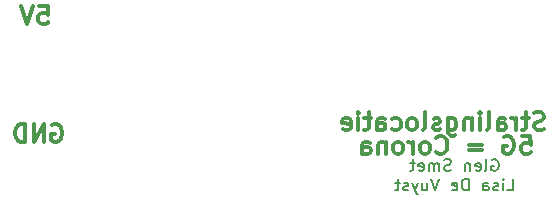
<source format=gbo>
G04 #@! TF.GenerationSoftware,KiCad,Pcbnew,(5.1.7-0-10_14)*
G04 #@! TF.CreationDate,2021-04-09T21:40:06+02:00*
G04 #@! TF.ProjectId,StralingslocatiePCB,53747261-6c69-46e6-9773-6c6f63617469,rev?*
G04 #@! TF.SameCoordinates,Original*
G04 #@! TF.FileFunction,Legend,Bot*
G04 #@! TF.FilePolarity,Positive*
%FSLAX46Y46*%
G04 Gerber Fmt 4.6, Leading zero omitted, Abs format (unit mm)*
G04 Created by KiCad (PCBNEW (5.1.7-0-10_14)) date 2021-04-09 21:40:06*
%MOMM*%
%LPD*%
G01*
G04 APERTURE LIST*
%ADD10C,0.150000*%
%ADD11C,0.300000*%
G04 APERTURE END LIST*
D10*
X158369047Y-60425000D02*
X158464285Y-60377380D01*
X158607142Y-60377380D01*
X158750000Y-60425000D01*
X158845238Y-60520238D01*
X158892857Y-60615476D01*
X158940476Y-60805952D01*
X158940476Y-60948809D01*
X158892857Y-61139285D01*
X158845238Y-61234523D01*
X158750000Y-61329761D01*
X158607142Y-61377380D01*
X158511904Y-61377380D01*
X158369047Y-61329761D01*
X158321428Y-61282142D01*
X158321428Y-60948809D01*
X158511904Y-60948809D01*
X157750000Y-61377380D02*
X157845238Y-61329761D01*
X157892857Y-61234523D01*
X157892857Y-60377380D01*
X156988095Y-61329761D02*
X157083333Y-61377380D01*
X157273809Y-61377380D01*
X157369047Y-61329761D01*
X157416666Y-61234523D01*
X157416666Y-60853571D01*
X157369047Y-60758333D01*
X157273809Y-60710714D01*
X157083333Y-60710714D01*
X156988095Y-60758333D01*
X156940476Y-60853571D01*
X156940476Y-60948809D01*
X157416666Y-61044047D01*
X156511904Y-60710714D02*
X156511904Y-61377380D01*
X156511904Y-60805952D02*
X156464285Y-60758333D01*
X156369047Y-60710714D01*
X156226190Y-60710714D01*
X156130952Y-60758333D01*
X156083333Y-60853571D01*
X156083333Y-61377380D01*
X154892857Y-61329761D02*
X154750000Y-61377380D01*
X154511904Y-61377380D01*
X154416666Y-61329761D01*
X154369047Y-61282142D01*
X154321428Y-61186904D01*
X154321428Y-61091666D01*
X154369047Y-60996428D01*
X154416666Y-60948809D01*
X154511904Y-60901190D01*
X154702380Y-60853571D01*
X154797619Y-60805952D01*
X154845238Y-60758333D01*
X154892857Y-60663095D01*
X154892857Y-60567857D01*
X154845238Y-60472619D01*
X154797619Y-60425000D01*
X154702380Y-60377380D01*
X154464285Y-60377380D01*
X154321428Y-60425000D01*
X153892857Y-61377380D02*
X153892857Y-60710714D01*
X153892857Y-60805952D02*
X153845238Y-60758333D01*
X153750000Y-60710714D01*
X153607142Y-60710714D01*
X153511904Y-60758333D01*
X153464285Y-60853571D01*
X153464285Y-61377380D01*
X153464285Y-60853571D02*
X153416666Y-60758333D01*
X153321428Y-60710714D01*
X153178571Y-60710714D01*
X153083333Y-60758333D01*
X153035714Y-60853571D01*
X153035714Y-61377380D01*
X152178571Y-61329761D02*
X152273809Y-61377380D01*
X152464285Y-61377380D01*
X152559523Y-61329761D01*
X152607142Y-61234523D01*
X152607142Y-60853571D01*
X152559523Y-60758333D01*
X152464285Y-60710714D01*
X152273809Y-60710714D01*
X152178571Y-60758333D01*
X152130952Y-60853571D01*
X152130952Y-60948809D01*
X152607142Y-61044047D01*
X151845238Y-60710714D02*
X151464285Y-60710714D01*
X151702380Y-60377380D02*
X151702380Y-61234523D01*
X151654761Y-61329761D01*
X151559523Y-61377380D01*
X151464285Y-61377380D01*
X159678571Y-63027380D02*
X160154761Y-63027380D01*
X160154761Y-62027380D01*
X159345238Y-63027380D02*
X159345238Y-62360714D01*
X159345238Y-62027380D02*
X159392857Y-62075000D01*
X159345238Y-62122619D01*
X159297619Y-62075000D01*
X159345238Y-62027380D01*
X159345238Y-62122619D01*
X158916666Y-62979761D02*
X158821428Y-63027380D01*
X158630952Y-63027380D01*
X158535714Y-62979761D01*
X158488095Y-62884523D01*
X158488095Y-62836904D01*
X158535714Y-62741666D01*
X158630952Y-62694047D01*
X158773809Y-62694047D01*
X158869047Y-62646428D01*
X158916666Y-62551190D01*
X158916666Y-62503571D01*
X158869047Y-62408333D01*
X158773809Y-62360714D01*
X158630952Y-62360714D01*
X158535714Y-62408333D01*
X157630952Y-63027380D02*
X157630952Y-62503571D01*
X157678571Y-62408333D01*
X157773809Y-62360714D01*
X157964285Y-62360714D01*
X158059523Y-62408333D01*
X157630952Y-62979761D02*
X157726190Y-63027380D01*
X157964285Y-63027380D01*
X158059523Y-62979761D01*
X158107142Y-62884523D01*
X158107142Y-62789285D01*
X158059523Y-62694047D01*
X157964285Y-62646428D01*
X157726190Y-62646428D01*
X157630952Y-62598809D01*
X156392857Y-63027380D02*
X156392857Y-62027380D01*
X156154761Y-62027380D01*
X156011904Y-62075000D01*
X155916666Y-62170238D01*
X155869047Y-62265476D01*
X155821428Y-62455952D01*
X155821428Y-62598809D01*
X155869047Y-62789285D01*
X155916666Y-62884523D01*
X156011904Y-62979761D01*
X156154761Y-63027380D01*
X156392857Y-63027380D01*
X155011904Y-62979761D02*
X155107142Y-63027380D01*
X155297619Y-63027380D01*
X155392857Y-62979761D01*
X155440476Y-62884523D01*
X155440476Y-62503571D01*
X155392857Y-62408333D01*
X155297619Y-62360714D01*
X155107142Y-62360714D01*
X155011904Y-62408333D01*
X154964285Y-62503571D01*
X154964285Y-62598809D01*
X155440476Y-62694047D01*
X153916666Y-62027380D02*
X153583333Y-63027380D01*
X153250000Y-62027380D01*
X152488095Y-62360714D02*
X152488095Y-63027380D01*
X152916666Y-62360714D02*
X152916666Y-62884523D01*
X152869047Y-62979761D01*
X152773809Y-63027380D01*
X152630952Y-63027380D01*
X152535714Y-62979761D01*
X152488095Y-62932142D01*
X152107142Y-62360714D02*
X151869047Y-63027380D01*
X151630952Y-62360714D02*
X151869047Y-63027380D01*
X151964285Y-63265476D01*
X152011904Y-63313095D01*
X152107142Y-63360714D01*
X151297619Y-62979761D02*
X151202380Y-63027380D01*
X151011904Y-63027380D01*
X150916666Y-62979761D01*
X150869047Y-62884523D01*
X150869047Y-62836904D01*
X150916666Y-62741666D01*
X151011904Y-62694047D01*
X151154761Y-62694047D01*
X151250000Y-62646428D01*
X151297619Y-62551190D01*
X151297619Y-62503571D01*
X151250000Y-62408333D01*
X151154761Y-62360714D01*
X151011904Y-62360714D01*
X150916666Y-62408333D01*
X150583333Y-62360714D02*
X150202380Y-62360714D01*
X150440476Y-62027380D02*
X150440476Y-62884523D01*
X150392857Y-62979761D01*
X150297619Y-63027380D01*
X150202380Y-63027380D01*
D11*
X160892857Y-58428571D02*
X161607142Y-58428571D01*
X161678571Y-59142857D01*
X161607142Y-59071428D01*
X161464285Y-59000000D01*
X161107142Y-59000000D01*
X160964285Y-59071428D01*
X160892857Y-59142857D01*
X160821428Y-59285714D01*
X160821428Y-59642857D01*
X160892857Y-59785714D01*
X160964285Y-59857142D01*
X161107142Y-59928571D01*
X161464285Y-59928571D01*
X161607142Y-59857142D01*
X161678571Y-59785714D01*
X159392857Y-58500000D02*
X159535714Y-58428571D01*
X159750000Y-58428571D01*
X159964285Y-58500000D01*
X160107142Y-58642857D01*
X160178571Y-58785714D01*
X160250000Y-59071428D01*
X160250000Y-59285714D01*
X160178571Y-59571428D01*
X160107142Y-59714285D01*
X159964285Y-59857142D01*
X159750000Y-59928571D01*
X159607142Y-59928571D01*
X159392857Y-59857142D01*
X159321428Y-59785714D01*
X159321428Y-59285714D01*
X159607142Y-59285714D01*
X157535714Y-59142857D02*
X156392857Y-59142857D01*
X156392857Y-59571428D02*
X157535714Y-59571428D01*
X153678571Y-59785714D02*
X153750000Y-59857142D01*
X153964285Y-59928571D01*
X154107142Y-59928571D01*
X154321428Y-59857142D01*
X154464285Y-59714285D01*
X154535714Y-59571428D01*
X154607142Y-59285714D01*
X154607142Y-59071428D01*
X154535714Y-58785714D01*
X154464285Y-58642857D01*
X154321428Y-58500000D01*
X154107142Y-58428571D01*
X153964285Y-58428571D01*
X153750000Y-58500000D01*
X153678571Y-58571428D01*
X152821428Y-59928571D02*
X152964285Y-59857142D01*
X153035714Y-59785714D01*
X153107142Y-59642857D01*
X153107142Y-59214285D01*
X153035714Y-59071428D01*
X152964285Y-59000000D01*
X152821428Y-58928571D01*
X152607142Y-58928571D01*
X152464285Y-59000000D01*
X152392857Y-59071428D01*
X152321428Y-59214285D01*
X152321428Y-59642857D01*
X152392857Y-59785714D01*
X152464285Y-59857142D01*
X152607142Y-59928571D01*
X152821428Y-59928571D01*
X151678571Y-59928571D02*
X151678571Y-58928571D01*
X151678571Y-59214285D02*
X151607142Y-59071428D01*
X151535714Y-59000000D01*
X151392857Y-58928571D01*
X151250000Y-58928571D01*
X150535714Y-59928571D02*
X150678571Y-59857142D01*
X150750000Y-59785714D01*
X150821428Y-59642857D01*
X150821428Y-59214285D01*
X150750000Y-59071428D01*
X150678571Y-59000000D01*
X150535714Y-58928571D01*
X150321428Y-58928571D01*
X150178571Y-59000000D01*
X150107142Y-59071428D01*
X150035714Y-59214285D01*
X150035714Y-59642857D01*
X150107142Y-59785714D01*
X150178571Y-59857142D01*
X150321428Y-59928571D01*
X150535714Y-59928571D01*
X149392857Y-58928571D02*
X149392857Y-59928571D01*
X149392857Y-59071428D02*
X149321428Y-59000000D01*
X149178571Y-58928571D01*
X148964285Y-58928571D01*
X148821428Y-59000000D01*
X148750000Y-59142857D01*
X148750000Y-59928571D01*
X147392857Y-59928571D02*
X147392857Y-59142857D01*
X147464285Y-59000000D01*
X147607142Y-58928571D01*
X147892857Y-58928571D01*
X148035714Y-59000000D01*
X147392857Y-59857142D02*
X147535714Y-59928571D01*
X147892857Y-59928571D01*
X148035714Y-59857142D01*
X148107142Y-59714285D01*
X148107142Y-59571428D01*
X148035714Y-59428571D01*
X147892857Y-59357142D01*
X147535714Y-59357142D01*
X147392857Y-59285714D01*
X162785714Y-57857142D02*
X162571428Y-57928571D01*
X162214285Y-57928571D01*
X162071428Y-57857142D01*
X162000000Y-57785714D01*
X161928571Y-57642857D01*
X161928571Y-57500000D01*
X162000000Y-57357142D01*
X162071428Y-57285714D01*
X162214285Y-57214285D01*
X162500000Y-57142857D01*
X162642857Y-57071428D01*
X162714285Y-57000000D01*
X162785714Y-56857142D01*
X162785714Y-56714285D01*
X162714285Y-56571428D01*
X162642857Y-56500000D01*
X162500000Y-56428571D01*
X162142857Y-56428571D01*
X161928571Y-56500000D01*
X161500000Y-56928571D02*
X160928571Y-56928571D01*
X161285714Y-56428571D02*
X161285714Y-57714285D01*
X161214285Y-57857142D01*
X161071428Y-57928571D01*
X160928571Y-57928571D01*
X160428571Y-57928571D02*
X160428571Y-56928571D01*
X160428571Y-57214285D02*
X160357142Y-57071428D01*
X160285714Y-57000000D01*
X160142857Y-56928571D01*
X160000000Y-56928571D01*
X158857142Y-57928571D02*
X158857142Y-57142857D01*
X158928571Y-57000000D01*
X159071428Y-56928571D01*
X159357142Y-56928571D01*
X159500000Y-57000000D01*
X158857142Y-57857142D02*
X159000000Y-57928571D01*
X159357142Y-57928571D01*
X159500000Y-57857142D01*
X159571428Y-57714285D01*
X159571428Y-57571428D01*
X159500000Y-57428571D01*
X159357142Y-57357142D01*
X159000000Y-57357142D01*
X158857142Y-57285714D01*
X157928571Y-57928571D02*
X158071428Y-57857142D01*
X158142857Y-57714285D01*
X158142857Y-56428571D01*
X157357142Y-57928571D02*
X157357142Y-56928571D01*
X157357142Y-56428571D02*
X157428571Y-56500000D01*
X157357142Y-56571428D01*
X157285714Y-56500000D01*
X157357142Y-56428571D01*
X157357142Y-56571428D01*
X156642857Y-56928571D02*
X156642857Y-57928571D01*
X156642857Y-57071428D02*
X156571428Y-57000000D01*
X156428571Y-56928571D01*
X156214285Y-56928571D01*
X156071428Y-57000000D01*
X156000000Y-57142857D01*
X156000000Y-57928571D01*
X154642857Y-56928571D02*
X154642857Y-58142857D01*
X154714285Y-58285714D01*
X154785714Y-58357142D01*
X154928571Y-58428571D01*
X155142857Y-58428571D01*
X155285714Y-58357142D01*
X154642857Y-57857142D02*
X154785714Y-57928571D01*
X155071428Y-57928571D01*
X155214285Y-57857142D01*
X155285714Y-57785714D01*
X155357142Y-57642857D01*
X155357142Y-57214285D01*
X155285714Y-57071428D01*
X155214285Y-57000000D01*
X155071428Y-56928571D01*
X154785714Y-56928571D01*
X154642857Y-57000000D01*
X154000000Y-57857142D02*
X153857142Y-57928571D01*
X153571428Y-57928571D01*
X153428571Y-57857142D01*
X153357142Y-57714285D01*
X153357142Y-57642857D01*
X153428571Y-57500000D01*
X153571428Y-57428571D01*
X153785714Y-57428571D01*
X153928571Y-57357142D01*
X154000000Y-57214285D01*
X154000000Y-57142857D01*
X153928571Y-57000000D01*
X153785714Y-56928571D01*
X153571428Y-56928571D01*
X153428571Y-57000000D01*
X152500000Y-57928571D02*
X152642857Y-57857142D01*
X152714285Y-57714285D01*
X152714285Y-56428571D01*
X151714285Y-57928571D02*
X151857142Y-57857142D01*
X151928571Y-57785714D01*
X152000000Y-57642857D01*
X152000000Y-57214285D01*
X151928571Y-57071428D01*
X151857142Y-57000000D01*
X151714285Y-56928571D01*
X151500000Y-56928571D01*
X151357142Y-57000000D01*
X151285714Y-57071428D01*
X151214285Y-57214285D01*
X151214285Y-57642857D01*
X151285714Y-57785714D01*
X151357142Y-57857142D01*
X151500000Y-57928571D01*
X151714285Y-57928571D01*
X149928571Y-57857142D02*
X150071428Y-57928571D01*
X150357142Y-57928571D01*
X150500000Y-57857142D01*
X150571428Y-57785714D01*
X150642857Y-57642857D01*
X150642857Y-57214285D01*
X150571428Y-57071428D01*
X150500000Y-57000000D01*
X150357142Y-56928571D01*
X150071428Y-56928571D01*
X149928571Y-57000000D01*
X148642857Y-57928571D02*
X148642857Y-57142857D01*
X148714285Y-57000000D01*
X148857142Y-56928571D01*
X149142857Y-56928571D01*
X149285714Y-57000000D01*
X148642857Y-57857142D02*
X148785714Y-57928571D01*
X149142857Y-57928571D01*
X149285714Y-57857142D01*
X149357142Y-57714285D01*
X149357142Y-57571428D01*
X149285714Y-57428571D01*
X149142857Y-57357142D01*
X148785714Y-57357142D01*
X148642857Y-57285714D01*
X148142857Y-56928571D02*
X147571428Y-56928571D01*
X147928571Y-56428571D02*
X147928571Y-57714285D01*
X147857142Y-57857142D01*
X147714285Y-57928571D01*
X147571428Y-57928571D01*
X147071428Y-57928571D02*
X147071428Y-56928571D01*
X147071428Y-56428571D02*
X147142857Y-56500000D01*
X147071428Y-56571428D01*
X147000000Y-56500000D01*
X147071428Y-56428571D01*
X147071428Y-56571428D01*
X145785714Y-57857142D02*
X145928571Y-57928571D01*
X146214285Y-57928571D01*
X146357142Y-57857142D01*
X146428571Y-57714285D01*
X146428571Y-57142857D01*
X146357142Y-57000000D01*
X146214285Y-56928571D01*
X145928571Y-56928571D01*
X145785714Y-57000000D01*
X145714285Y-57142857D01*
X145714285Y-57285714D01*
X146428571Y-57428571D01*
X120035714Y-47428571D02*
X120750000Y-47428571D01*
X120821428Y-48142857D01*
X120750000Y-48071428D01*
X120607142Y-48000000D01*
X120250000Y-48000000D01*
X120107142Y-48071428D01*
X120035714Y-48142857D01*
X119964285Y-48285714D01*
X119964285Y-48642857D01*
X120035714Y-48785714D01*
X120107142Y-48857142D01*
X120250000Y-48928571D01*
X120607142Y-48928571D01*
X120750000Y-48857142D01*
X120821428Y-48785714D01*
X119535714Y-47428571D02*
X119035714Y-48928571D01*
X118535714Y-47428571D01*
X121142857Y-57500000D02*
X121285714Y-57428571D01*
X121500000Y-57428571D01*
X121714285Y-57500000D01*
X121857142Y-57642857D01*
X121928571Y-57785714D01*
X122000000Y-58071428D01*
X122000000Y-58285714D01*
X121928571Y-58571428D01*
X121857142Y-58714285D01*
X121714285Y-58857142D01*
X121500000Y-58928571D01*
X121357142Y-58928571D01*
X121142857Y-58857142D01*
X121071428Y-58785714D01*
X121071428Y-58285714D01*
X121357142Y-58285714D01*
X120428571Y-58928571D02*
X120428571Y-57428571D01*
X119571428Y-58928571D01*
X119571428Y-57428571D01*
X118857142Y-58928571D02*
X118857142Y-57428571D01*
X118500000Y-57428571D01*
X118285714Y-57500000D01*
X118142857Y-57642857D01*
X118071428Y-57785714D01*
X118000000Y-58071428D01*
X118000000Y-58285714D01*
X118071428Y-58571428D01*
X118142857Y-58714285D01*
X118285714Y-58857142D01*
X118500000Y-58928571D01*
X118857142Y-58928571D01*
M02*

</source>
